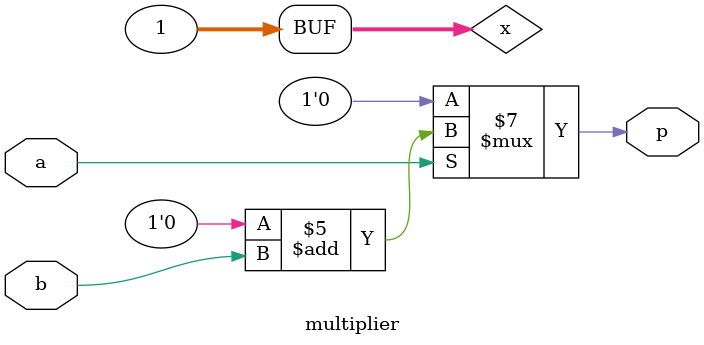
<source format=v>
`timescale 1ns / 1ps

module multiplier( a, b, p);
input  a,b;
output reg p;
	integer x;
	always @(a or b)
	begin
		p = 0;
		for (x = 0; x < 1; x = x + 1)
			if ( a == 1'b1 ) 
				p = p + (b << x);
	end
endmodule
</source>
